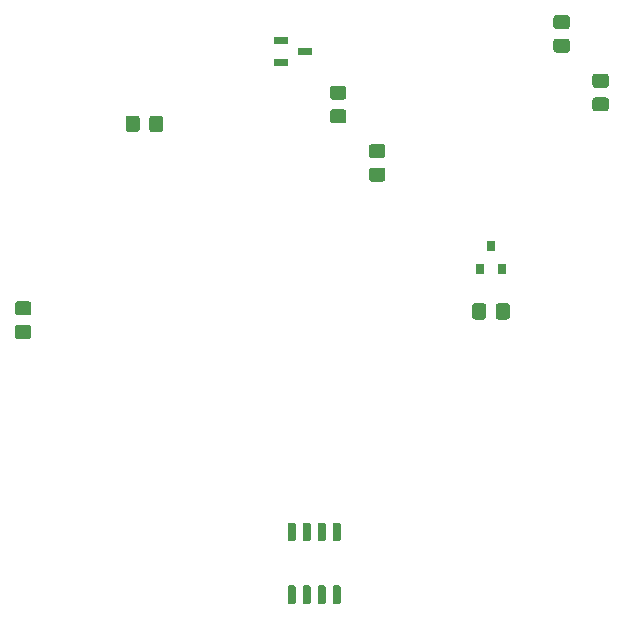
<source format=gbr>
%TF.GenerationSoftware,KiCad,Pcbnew,(5.1.9)-1*%
%TF.CreationDate,2022-01-22T22:11:56-08:00*%
%TF.ProjectId,keurig-filler,6b657572-6967-42d6-9669-6c6c65722e6b,rev?*%
%TF.SameCoordinates,Original*%
%TF.FileFunction,Paste,Top*%
%TF.FilePolarity,Positive*%
%FSLAX46Y46*%
G04 Gerber Fmt 4.6, Leading zero omitted, Abs format (unit mm)*
G04 Created by KiCad (PCBNEW (5.1.9)-1) date 2022-01-22 22:11:56*
%MOMM*%
%LPD*%
G01*
G04 APERTURE LIST*
%ADD10R,0.800000X0.900000*%
G04 APERTURE END LIST*
%TO.C,R12*%
G36*
G01*
X44707000Y-38169001D02*
X44707000Y-37268999D01*
G75*
G02*
X44956999Y-37019000I249999J0D01*
G01*
X45657001Y-37019000D01*
G75*
G02*
X45907000Y-37268999I0J-249999D01*
G01*
X45907000Y-38169001D01*
G75*
G02*
X45657001Y-38419000I-249999J0D01*
G01*
X44956999Y-38419000D01*
G75*
G02*
X44707000Y-38169001I0J249999D01*
G01*
G37*
G36*
G01*
X42707000Y-38169001D02*
X42707000Y-37268999D01*
G75*
G02*
X42956999Y-37019000I249999J0D01*
G01*
X43657001Y-37019000D01*
G75*
G02*
X43907000Y-37268999I0J-249999D01*
G01*
X43907000Y-38169001D01*
G75*
G02*
X43657001Y-38419000I-249999J0D01*
G01*
X42956999Y-38419000D01*
G75*
G02*
X42707000Y-38169001I0J249999D01*
G01*
G37*
%TD*%
%TO.C,R10*%
G36*
G01*
X61156001Y-35684000D02*
X60255999Y-35684000D01*
G75*
G02*
X60006000Y-35434001I0J249999D01*
G01*
X60006000Y-34733999D01*
G75*
G02*
X60255999Y-34484000I249999J0D01*
G01*
X61156001Y-34484000D01*
G75*
G02*
X61406000Y-34733999I0J-249999D01*
G01*
X61406000Y-35434001D01*
G75*
G02*
X61156001Y-35684000I-249999J0D01*
G01*
G37*
G36*
G01*
X61156001Y-37684000D02*
X60255999Y-37684000D01*
G75*
G02*
X60006000Y-37434001I0J249999D01*
G01*
X60006000Y-36733999D01*
G75*
G02*
X60255999Y-36484000I249999J0D01*
G01*
X61156001Y-36484000D01*
G75*
G02*
X61406000Y-36733999I0J-249999D01*
G01*
X61406000Y-37434001D01*
G75*
G02*
X61156001Y-37684000I-249999J0D01*
G01*
G37*
%TD*%
%TO.C,R8*%
G36*
G01*
X64458001Y-40621000D02*
X63557999Y-40621000D01*
G75*
G02*
X63308000Y-40371001I0J249999D01*
G01*
X63308000Y-39670999D01*
G75*
G02*
X63557999Y-39421000I249999J0D01*
G01*
X64458001Y-39421000D01*
G75*
G02*
X64708000Y-39670999I0J-249999D01*
G01*
X64708000Y-40371001D01*
G75*
G02*
X64458001Y-40621000I-249999J0D01*
G01*
G37*
G36*
G01*
X64458001Y-42621000D02*
X63557999Y-42621000D01*
G75*
G02*
X63308000Y-42371001I0J249999D01*
G01*
X63308000Y-41670999D01*
G75*
G02*
X63557999Y-41421000I249999J0D01*
G01*
X64458001Y-41421000D01*
G75*
G02*
X64708000Y-41670999I0J-249999D01*
G01*
X64708000Y-42371001D01*
G75*
G02*
X64458001Y-42621000I-249999J0D01*
G01*
G37*
%TD*%
%TO.C,U2*%
G36*
G01*
X56993400Y-73060000D02*
X56544600Y-73060000D01*
G75*
G02*
X56429000Y-72944400I0J115600D01*
G01*
X56429000Y-71585600D01*
G75*
G02*
X56544600Y-71470000I115600J0D01*
G01*
X56993400Y-71470000D01*
G75*
G02*
X57109000Y-71585600I0J-115600D01*
G01*
X57109000Y-72944400D01*
G75*
G02*
X56993400Y-73060000I-115600J0D01*
G01*
G37*
G36*
G01*
X58263400Y-73060000D02*
X57814600Y-73060000D01*
G75*
G02*
X57699000Y-72944400I0J115600D01*
G01*
X57699000Y-71585600D01*
G75*
G02*
X57814600Y-71470000I115600J0D01*
G01*
X58263400Y-71470000D01*
G75*
G02*
X58379000Y-71585600I0J-115600D01*
G01*
X58379000Y-72944400D01*
G75*
G02*
X58263400Y-73060000I-115600J0D01*
G01*
G37*
G36*
G01*
X59533400Y-73060000D02*
X59084600Y-73060000D01*
G75*
G02*
X58969000Y-72944400I0J115600D01*
G01*
X58969000Y-71585600D01*
G75*
G02*
X59084600Y-71470000I115600J0D01*
G01*
X59533400Y-71470000D01*
G75*
G02*
X59649000Y-71585600I0J-115600D01*
G01*
X59649000Y-72944400D01*
G75*
G02*
X59533400Y-73060000I-115600J0D01*
G01*
G37*
G36*
G01*
X60803400Y-73060000D02*
X60354600Y-73060000D01*
G75*
G02*
X60239000Y-72944400I0J115600D01*
G01*
X60239000Y-71585600D01*
G75*
G02*
X60354600Y-71470000I115600J0D01*
G01*
X60803400Y-71470000D01*
G75*
G02*
X60919000Y-71585600I0J-115600D01*
G01*
X60919000Y-72944400D01*
G75*
G02*
X60803400Y-73060000I-115600J0D01*
G01*
G37*
G36*
G01*
X60803400Y-78390000D02*
X60354600Y-78390000D01*
G75*
G02*
X60239000Y-78274400I0J115600D01*
G01*
X60239000Y-76915600D01*
G75*
G02*
X60354600Y-76800000I115600J0D01*
G01*
X60803400Y-76800000D01*
G75*
G02*
X60919000Y-76915600I0J-115600D01*
G01*
X60919000Y-78274400D01*
G75*
G02*
X60803400Y-78390000I-115600J0D01*
G01*
G37*
G36*
G01*
X59533400Y-78390000D02*
X59084600Y-78390000D01*
G75*
G02*
X58969000Y-78274400I0J115600D01*
G01*
X58969000Y-76915600D01*
G75*
G02*
X59084600Y-76800000I115600J0D01*
G01*
X59533400Y-76800000D01*
G75*
G02*
X59649000Y-76915600I0J-115600D01*
G01*
X59649000Y-78274400D01*
G75*
G02*
X59533400Y-78390000I-115600J0D01*
G01*
G37*
G36*
G01*
X58263400Y-78390000D02*
X57814600Y-78390000D01*
G75*
G02*
X57699000Y-78274400I0J115600D01*
G01*
X57699000Y-76915600D01*
G75*
G02*
X57814600Y-76800000I115600J0D01*
G01*
X58263400Y-76800000D01*
G75*
G02*
X58379000Y-76915600I0J-115600D01*
G01*
X58379000Y-78274400D01*
G75*
G02*
X58263400Y-78390000I-115600J0D01*
G01*
G37*
G36*
G01*
X56993400Y-78390000D02*
X56544600Y-78390000D01*
G75*
G02*
X56429000Y-78274400I0J115600D01*
G01*
X56429000Y-76915600D01*
G75*
G02*
X56544600Y-76800000I115600J0D01*
G01*
X56993400Y-76800000D01*
G75*
G02*
X57109000Y-76915600I0J-115600D01*
G01*
X57109000Y-78274400D01*
G75*
G02*
X56993400Y-78390000I-115600J0D01*
G01*
G37*
%TD*%
%TO.C,R7*%
G36*
G01*
X79178999Y-30499000D02*
X80079001Y-30499000D01*
G75*
G02*
X80329000Y-30748999I0J-249999D01*
G01*
X80329000Y-31449001D01*
G75*
G02*
X80079001Y-31699000I-249999J0D01*
G01*
X79178999Y-31699000D01*
G75*
G02*
X78929000Y-31449001I0J249999D01*
G01*
X78929000Y-30748999D01*
G75*
G02*
X79178999Y-30499000I249999J0D01*
G01*
G37*
G36*
G01*
X79178999Y-28499000D02*
X80079001Y-28499000D01*
G75*
G02*
X80329000Y-28748999I0J-249999D01*
G01*
X80329000Y-29449001D01*
G75*
G02*
X80079001Y-29699000I-249999J0D01*
G01*
X79178999Y-29699000D01*
G75*
G02*
X78929000Y-29449001I0J249999D01*
G01*
X78929000Y-28748999D01*
G75*
G02*
X79178999Y-28499000I249999J0D01*
G01*
G37*
%TD*%
%TO.C,R6*%
G36*
G01*
X83381001Y-34668000D02*
X82480999Y-34668000D01*
G75*
G02*
X82231000Y-34418001I0J249999D01*
G01*
X82231000Y-33717999D01*
G75*
G02*
X82480999Y-33468000I249999J0D01*
G01*
X83381001Y-33468000D01*
G75*
G02*
X83631000Y-33717999I0J-249999D01*
G01*
X83631000Y-34418001D01*
G75*
G02*
X83381001Y-34668000I-249999J0D01*
G01*
G37*
G36*
G01*
X83381001Y-36668000D02*
X82480999Y-36668000D01*
G75*
G02*
X82231000Y-36418001I0J249999D01*
G01*
X82231000Y-35717999D01*
G75*
G02*
X82480999Y-35468000I249999J0D01*
G01*
X83381001Y-35468000D01*
G75*
G02*
X83631000Y-35717999I0J-249999D01*
G01*
X83631000Y-36418001D01*
G75*
G02*
X83381001Y-36668000I-249999J0D01*
G01*
G37*
%TD*%
%TO.C,R5*%
G36*
G01*
X33585999Y-54740000D02*
X34486001Y-54740000D01*
G75*
G02*
X34736000Y-54989999I0J-249999D01*
G01*
X34736000Y-55690001D01*
G75*
G02*
X34486001Y-55940000I-249999J0D01*
G01*
X33585999Y-55940000D01*
G75*
G02*
X33336000Y-55690001I0J249999D01*
G01*
X33336000Y-54989999D01*
G75*
G02*
X33585999Y-54740000I249999J0D01*
G01*
G37*
G36*
G01*
X33585999Y-52740000D02*
X34486001Y-52740000D01*
G75*
G02*
X34736000Y-52989999I0J-249999D01*
G01*
X34736000Y-53690001D01*
G75*
G02*
X34486001Y-53940000I-249999J0D01*
G01*
X33585999Y-53940000D01*
G75*
G02*
X33336000Y-53690001I0J249999D01*
G01*
X33336000Y-52989999D01*
G75*
G02*
X33585999Y-52740000I249999J0D01*
G01*
G37*
%TD*%
%TO.C,R1*%
G36*
G01*
X74044000Y-54044001D02*
X74044000Y-53143999D01*
G75*
G02*
X74293999Y-52894000I249999J0D01*
G01*
X74994001Y-52894000D01*
G75*
G02*
X75244000Y-53143999I0J-249999D01*
G01*
X75244000Y-54044001D01*
G75*
G02*
X74994001Y-54294000I-249999J0D01*
G01*
X74293999Y-54294000D01*
G75*
G02*
X74044000Y-54044001I0J249999D01*
G01*
G37*
G36*
G01*
X72044000Y-54044001D02*
X72044000Y-53143999D01*
G75*
G02*
X72293999Y-52894000I249999J0D01*
G01*
X72994001Y-52894000D01*
G75*
G02*
X73244000Y-53143999I0J-249999D01*
G01*
X73244000Y-54044001D01*
G75*
G02*
X72994001Y-54294000I-249999J0D01*
G01*
X72293999Y-54294000D01*
G75*
G02*
X72044000Y-54044001I0J249999D01*
G01*
G37*
%TD*%
%TO.C,Q1*%
G36*
G01*
X57340000Y-31853200D02*
X57340000Y-31340800D01*
G75*
G02*
X57388800Y-31292000I48800J0D01*
G01*
X58471200Y-31292000D01*
G75*
G02*
X58520000Y-31340800I0J-48800D01*
G01*
X58520000Y-31853200D01*
G75*
G02*
X58471200Y-31902000I-48800J0D01*
G01*
X57388800Y-31902000D01*
G75*
G02*
X57340000Y-31853200I0J48800D01*
G01*
G37*
G36*
G01*
X55290000Y-32768200D02*
X55290000Y-32255800D01*
G75*
G02*
X55338800Y-32207000I48800J0D01*
G01*
X56421200Y-32207000D01*
G75*
G02*
X56470000Y-32255800I0J-48800D01*
G01*
X56470000Y-32768200D01*
G75*
G02*
X56421200Y-32817000I-48800J0D01*
G01*
X55338800Y-32817000D01*
G75*
G02*
X55290000Y-32768200I0J48800D01*
G01*
G37*
G36*
G01*
X55290000Y-30938200D02*
X55290000Y-30425800D01*
G75*
G02*
X55338800Y-30377000I48800J0D01*
G01*
X56421200Y-30377000D01*
G75*
G02*
X56470000Y-30425800I0J-48800D01*
G01*
X56470000Y-30938200D01*
G75*
G02*
X56421200Y-30987000I-48800J0D01*
G01*
X55338800Y-30987000D01*
G75*
G02*
X55290000Y-30938200I0J48800D01*
G01*
G37*
%TD*%
D10*
%TO.C,D1*%
X73660000Y-48022000D03*
X74610000Y-50022000D03*
X72710000Y-50022000D03*
%TD*%
M02*

</source>
